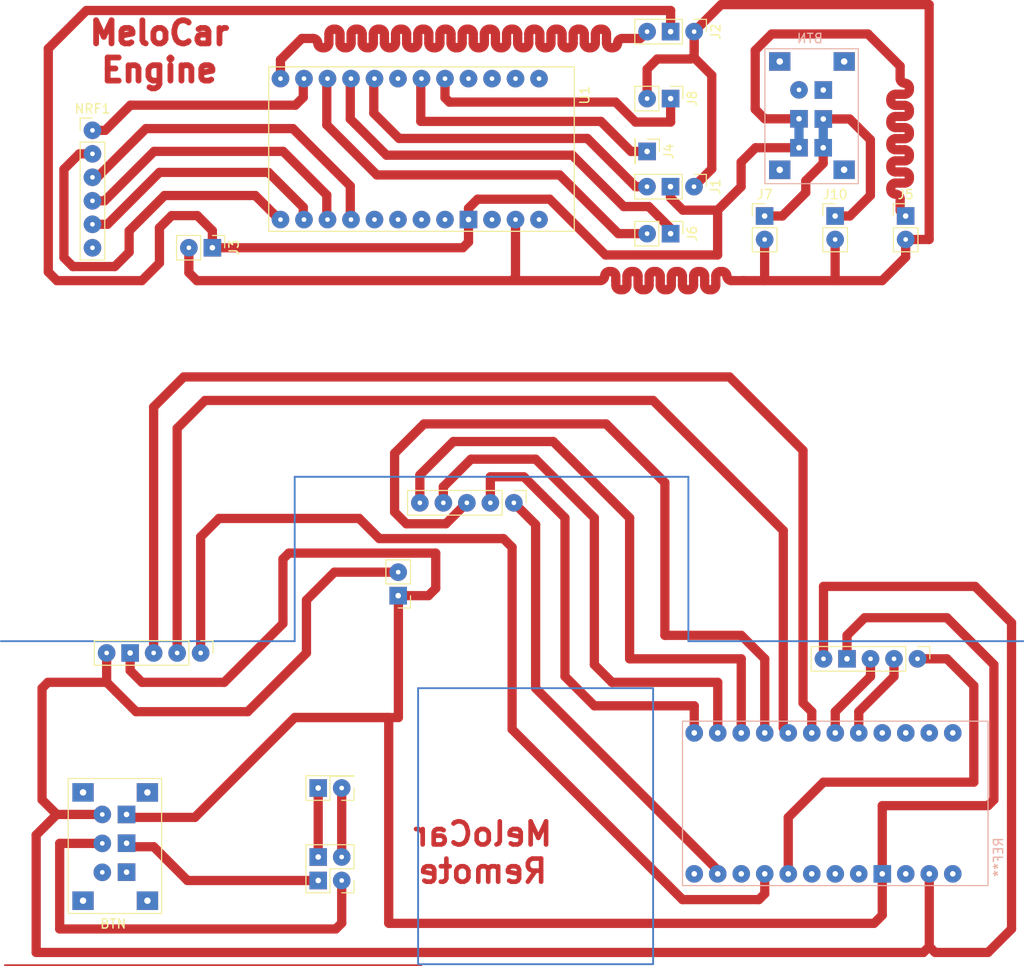
<source format=kicad_pcb>
(kicad_pcb (version 20211014) (generator pcbnew)
  (layers (0 "F.Cu" signal) (31 "B.Cu" signal) (34 "B.Paste" user) (35 "F.Paste" user) (36 "B.SilkS" user "B.Silkscreen") (37 "F.SilkS" user "F.Silkscreen") (38 "B.Mask" user) (39 "F.Mask" user) (44 "Edge.Cuts" user))
  (net 0 "")
  (footprint "Connector_PinHeader_2.54mm:PinHeader_1x03_P2.54mm_Vertical" (layer "F.Cu") (at 87.211774 35.941 -90)
    (fp_text reference "J1")
    (fp_text value "Led")
  )
  (footprint "Connector_PinHeader_2.54mm:PinHeader_1x06_P2.54mm_Vertical" (layer "F.Cu") (at 22.20385 29.85012)
    (fp_text reference "NRF1")
    (fp_text value "Conn_01x06_Male")
  )
  (footprint "Connector_PinHeader_2.54mm:PinHeader_1x01_P2.54mm_Vertical" (layer "F.Cu") (at 82.146774 32.131 -90)
    (fp_text reference "J4")
    (fp_text value "Accel")
  )
  (footprint "Connector_PinHeader_2.54mm:PinHeader_1x03_P2.54mm_Vertical" (layer "F.Cu") (at 87.226774 19.177 -90)
    (fp_text reference "J2")
    (fp_text value "Servo")
  )
  (footprint "Arduino pro mini:MODULE_ARDUINO_PRO_MINI" (layer "F.Cu") (at 57.762774 31.877 -90)
    (fp_text reference "U1")
    (fp_text value "ARDUINO_PRO_MINI")
  )
  (footprint "Connector_PinHeader_2.54mm:PinHeader_1x02_P2.54mm_Vertical" (layer "F.Cu") (at 102.466774 39.111)
    (fp_text reference "J10")
    (fp_text value "Motor-PWR-IN")
  )
  (footprint "Connector_PinHeader_2.54mm:PinHeader_2x02_P2.54mm_Vertical" (layer "F.Cu") (at 49.14 110.965 180)
    (fp_text reference "")
    (fp_text value "POWERS")
  )
  (footprint "Connector_PinHeader_2.54mm:PinHeader_1x02_P2.54mm_Vertical" (layer "F.Cu") (at 84.686774 26.416 -90)
    (fp_text reference "J8")
    (fp_text value "Horn")
  )
  (footprint "Connector_PinHeader_2.54mm:PinHeader_1x05_P2.54mm_Vertical" (layer "F.Cu") (at 33.895 86.36 -90)
    (fp_text reference "")
    (fp_text value "POWERS")
  )
  (footprint "Connector_PinHeader_2.54mm:PinHeader_1x02_P2.54mm_Vertical" (layer "F.Cu") (at 55.245 80.165 180)
    (fp_text reference "")
    (fp_text value "POWERS")
  )
  (footprint "Connector_PinHeader_2.54mm:PinHeader_1x02_P2.54mm_Vertical" (layer "F.Cu") (at 110.086774 39.111)
    (fp_text reference "J5")
    (fp_text value "Micro-Power-IN")
  )
  (footprint "Connector_PinHeader_2.54mm:PinHeader_1x02_P2.54mm_Vertical" (layer "F.Cu") (at 84.686774 41.021 -90)
    (fp_text reference "J6")
    (fp_text value "MOTOR-CTRL")
  )
  (footprint "Connector_PinHeader_2.54mm:PinHeader_1x02_P2.54mm_Vertical" (layer "F.Cu") (at 35.161774 42.545 -90)
    (fp_text reference "J3")
    (fp_text value "NRF-Power")
  )
  (footprint "Connector_PinHeader_2.54mm:PushButton_6_pin" (layer "F.Cu") (at 28.185 113.03 180)
    (fp_text reference "BTN")
    (fp_text value "PushButton_6_pin")
  )
  (footprint "Connector_PinHeader_2.54mm:PinHeader_1x05_P2.54mm_Vertical" (layer "F.Cu") (at 67.745 70.125 -90)
    (fp_text reference "")
    (fp_text value "POWERS")
  )
  (footprint "Connector_PinHeader_2.54mm:PinHeader_1x02_P2.54mm_Vertical" (layer "F.Cu") (at 94.846774 39.111)
    (fp_text reference "J7")
    (fp_text value "MOTOR-PWR-OUT")
  )
  (footprint "Connector_PinHeader_2.54mm:PinHeader_1x05_P2.54mm_Vertical" (layer "F.Cu") (at 111.37 86.995 -90)
    (fp_text reference "")
    (fp_text value "POWERS")
  )
  (footprint "Connector_PinHeader_2.54mm:PinHeader_2x01_P2.54mm_Vertical" (layer "F.Cu") (at 49.14 100.965 180)
    (fp_text reference "")
    (fp_text value "POWERS")
  )
  (footprint "Arduino pro mini:MODULE_ARDUINO_PRO_MINI" (layer "B.Cu") (at 102.48 102.625 90)
    (fp_text reference "REF**")
    (fp_text value "MODULE_ARDUINO_PRO_MINI")
  )
  (footprint "Connector_PinHeader_2.54mm:PushButton_6_pin" (layer "B.Cu") (at 103.479774 22.524 180)
    (fp_text reference "BTN")
    (fp_text value "PushButton_6_pin")
  )
  (gr_line (start 12.745 120.125) (end 57.745 120.125) (layer "F.Cu") (width 0.2))
  (gr_line (start 44.06 67.31) (end 86.605 67.31) (layer "B.Cu") (width 0.2))
  (gr_line (start 12.31 85.09) (end 44.06 85.09) (layer "B.Cu") (width 0.2))
  (gr_line (start 86.605 85.09) (end 122.8 85.09) (layer "B.Cu") (width 0.2))
  (gr_line (start 86.605 67.31) (end 86.605 85.09) (layer "B.Cu") (width 0.2))
  (gr_rect (start 82.795 90.17) (end 57.395 120.015) (layer "B.Cu") (width 0.2) (fill none))
  (gr_line (start 44.06 85.09) (end 44.06 67.31) (layer "B.Cu") (width 0.2))
  (gr_text "MeloCar\nRemote" (at 64.38 107.95) (layer "F.Cu") (effects (font (size 2.5 2.5) (thickness 0.5)) (justify mirror)))
  (gr_text "MeloCar\nEngine" (at 29.441774 21.336) (layer "F.Cu") (effects (font (size 2.5 2.5) (thickness 0.625))))
  (segment (start 32.066561 56.515) (end 91.05 56.515) (width 1) (layer "F.Cu") (net 0))
  (segment (start 65.205 67.31) (end 65.205 70.125) (width 1) (layer "F.Cu") (net 0))
  (segment (start 84.059361 47.086174) (end 84.274187 47.086174) (width 1) (layer "F.Cu") (net 0))
  (segment (start 28.857818 32.126237) (end 42.812241 32.126237) (width 1) (layer "F.Cu") (net 0))
  (segment (start 99.291774 35.306) (end 99.291774 36.576) (width 1) (layer "F.Cu") (net 0))
  (segment (start 77.715 61.595) (end 58.03 61.595) (width 1) (layer "F.Cu") (net 0))
  (segment (start 47.756185 19.415411) (end 47.756185 19.915411) (width 1) (layer "F.Cu") (net 0))
  (segment (start 82.315642 38.089868) (end 84.686774 40.461) (width 1) (layer "F.Cu") (net 0))
  (segment (start 52.556185 19.415411) (end 52.556185 19.915411) (width 1) (layer "F.Cu") (net 0))
  (segment (start 79.039035 41.021) (end 82.146774 41.021) (width 1) (layer "F.Cu") (net 0))
  (segment (start 48.35 77.625) (end 45.33 80.645) (width 1) (layer "F.Cu") (net 0))
  (segment (start 49.656185 20.915411) (end 49.456185 20.915411) (width 1) (layer "F.Cu") (net 0))
  (segment (start 108.991088 30.750314) (end 109.491088 30.750314) (width 1) (layer "F.Cu") (net 0))
  (segment (start 35.880433 71.813823) (end 51.025721 71.813823) (width 1) (layer "F.Cu") (net 0))
  (segment (start 82.366774 46.593587) (end 82.366774 46.101) (width 1) (layer "F.Cu") (net 0))
  (segment (start 80.255 86.995) (end 80.255 71.755) (width 1) (layer "F.Cu") (net 0))
  (segment (start 119.625 102.235) (end 118.99 102.87) (width 1) (layer "F.Cu") (net 0))
  (segment (start 84.766774 46.593587) (end 84.766774 46.101) (width 1) (layer "F.Cu") (net 0))
  (segment (start 79.259361 47.086174) (end 79.474187 47.086174) (width 1) (layer "F.Cu") (net 0))
  (segment (start 35.161774 40.695) (end 33.535599 39.068825) (width 1) (layer "F.Cu") (net 0))
  (segment (start 26.275 88.26) (end 27.55 89.535) (width 1) (layer "F.Cu") (net 0))
  (segment (start 106.67233 115.59767) (end 54.24767 115.59767) (width 1) (layer "F.Cu") (net 0))
  (segment (start 84.671774 37.143081) (end 86.009693 38.481) (width 1) (layer "F.Cu") (net 0))
  (segment (start 45.33 80.645) (end 45.33 86.36) (width 1) (layer "F.Cu") (net 0))
  (segment (start 60.956185 20.415411) (end 60.956185 19.915411) (width 1) (layer "F.Cu") (net 0))
  (segment (start 16.755 90.17) (end 16.755 102.235188) (width 1) (layer "F.Cu") (net 0))
  (segment (start 58.556185 19.915411) (end 58.556185 19.415411) (width 1) (layer "F.Cu") (net 0))
  (segment (start 93.860439 31.731406) (end 98.560134 31.731406) (width 1) (layer "F.Cu") (net 0))
  (segment (start 103.75 86.995) (end 103.75 84.455) (width 1) (layer "F.Cu") (net 0))
  (segment (start 33.265 104.14) (end 26.200766 104.14) (width 1) (layer "F.Cu") (net 0))
  (segment (start 54.456185 20.915411) (end 54.256185 20.915411) (width 1) (layer "F.Cu") (net 0))
  (segment (start 101.178134 33.41964) (end 99.291774 35.306) (width 1) (layer "F.Cu") (net 0))
  (segment (start 75.356185 19.915411) (end 75.356185 19.415411) (width 1) (layer "F.Cu") (net 0))
  (segment (start 109.491088 29.550314) (end 108.991088 29.550314) (width 1) (layer "F.Cu") (net 0))
  (segment (start 76.445 71.755) (end 70.095 65.405) (width 1) (layer "F.Cu") (net 0))
  (segment (start 56.125 72.39) (end 60.4 72.39) (width 1) (layer "F.Cu") (net 0))
  (segment (start 56.856185 20.915411) (end 56.656185 20.915411) (width 1) (layer "F.Cu") (net 0))
  (segment (start 54.855 71.12) (end 56.125 72.39) (width 1) (layer "F.Cu") (net 0))
  (segment (start 84.686774 28.956) (end 84.686774 26.416) (width 1) (layer "F.Cu") (net 0))
  (segment (start 82.859361 45.115826) (end 83.074187 45.115826) (width 1) (layer "F.Cu") (net 0))
  (segment (start 53.977298 32.536524) (end 74.065354 32.536524) (width 1) (layer "F.Cu") (net 0))
  (segment (start 110.086774 39.111) (end 109.491088 38.515314) (width 1) (layer "F.Cu") (net 0))
  (segment (start 46.056185 19.915411) (end 44.832363 19.915411) (width 1) (layer "F.Cu") (net 0))
  (segment (start 54.24767 115.59767) (end 54.22 115.57) (width 1) (layer "F.Cu") (net 0))
  (segment (start 62.856185 18.915411) (end 62.656185 18.915411) (width 1) (layer "F.Cu") (net 0))
  (segment (start 60.456185 18.915411) (end 60.256185 18.915411) (width 1) (layer "F.Cu") (net 0))
  (segment (start 98.996406 64.461406) (end 98.996406 91.766406) (width 1) (layer "F.Cu") (net 0))
  (segment (start 59.756185 19.415411) (end 59.756185 19.915411) (width 1) (layer "F.Cu") (net 0))
  (segment (start 50.156185 19.915411) (end 50.156185 20.415411) (width 1) (layer "F.Cu") (net 0))
  (segment (start 77.256185 18.915411) (end 77.056185 18.915411) (width 1) (layer "F.Cu") (net 0))
  (segment (start 52.556185 19.915411) (end 52.556185 20.415411) (width 1) (layer "F.Cu") (net 0))
  (segment (start 78.051948 45.115826) (end 78.266774 45.115826) (width 1) (layer "F.Cu") (net 0))
  (segment (start 71.615561 37.294486) (end 77.646264 43.325189) (width 1) (layer "F.Cu") (net 0))
  (segment (start 117.454256 100.33) (end 117.454256 89.904256) (width 1) (layer "F.Cu") (net 0))
  (segment (start 42.812241 32.126237) (end 47.526774 36.84077) (width 1) (layer "F.Cu") (net 0))
  (segment (start 84.686774 16.891) (end 84.686774 19.177) (width 1) (layer "F.Cu") (net 0))
  (segment (start 32.621774 45.236383) (end 33.486391 46.101) (width 1) (layer "F.Cu") (net 0))
  (segment (start 70.556185 20.415411) (end 70.556185 19.915411) (width 1) (layer "F.Cu") (net 0))
  (segment (start 90.059361 45.115826) (end 90.274187 45.115826) (width 1) (layer "F.Cu") (net 0))
  (segment (start 109.491088 38.515314) (end 109.491088 37.250314) (width 1) (layer "F.Cu") (net 0))
  (segment (start 110.086774 43.561) (end 110.086774 41.651) (width 1) (layer "F.Cu") (net 0))
  (segment (start 47.256185 20.915411) (end 47.056185 20.915411) (width 1) (layer "F.Cu") (net 0))
  (segment (start 24.611589 44.577) (end 20.08342 44.577) (width 1) (layer "F.Cu") (net 0))
  (segment (start 86.459361 47.086174) (end 86.674187 47.086174) (width 1) (layer "F.Cu") (net 0))
  (segment (start 72 63.5) (end 61.205 63.5) (width 1) (layer "F.Cu") (net 0))
  (segment (start 93.830774 27.570056) (end 94.862698 28.60198) (width 1) (layer "F.Cu") (net 0))
  (segment (start 92.32 86.995) (end 80.255 86.995) (width 1) (layer "F.Cu") (net 0))
  (segment (start 47.526774 24.301) (end 47.526774 29.261) (width 1) (layer "F.Cu") (net 0))
  (segment (start 63.356185 19.915411) (end 63.356185 19.415411) (width 1) (layer "F.Cu") (net 0))
  (segment (start 87.24 95.005) (end 87.24 92.075) (width 1) (layer "F.Cu") (net 0))
  (segment (start 64.556185 19.915411) (end 64.556185 20.415411) (width 1) (layer "F.Cu") (net 0))
  (segment (start 112.64 118.11) (end 112.64 110.245) (width 1) (layer "F.Cu") (net 0))
  (segment (start 53.256185 18.915411) (end 53.056185 18.915411) (width 1) (layer "F.Cu") (net 0))
  (segment (start 87.24 92.075) (end 76.445 92.075) (width 1) (layer "F.Cu") (net 0))
  (segment (start 79.618698 38.089868) (end 82.315642 38.089868) (width 1) (layer "F.Cu") (net 0))
  (segment (start 30.758949 39.068825) (end 29.441774 40.386) (width 1) (layer "F.Cu") (net 0))
  (segment (start 33.895 73.799256) (end 35.880433 71.813823) (width 1) (layer "F.Cu") (net 0))
  (segment (start 102.466774 46.101) (end 107.546774 46.101) (width 1) (layer "F.Cu") (net 0))
  (segment (start 76.056185 20.915411) (end 75.856185 20.915411) (width 1) (layer "F.Cu") (net 0))
  (segment (start 55.245 80.165) (end 55.266225 80.186225) (width 1) (layer "F.Cu") (net 0))
  (segment (start 60.773711 26.796226) (end 78.741219 26.796226) (width 1) (layer "F.Cu") (net 0))
  (segment (start 70.556185 19.915411) (end 70.556185 19.415411) (width 1) (layer "F.Cu") (net 0))
  (segment (start 54.855 64.77) (end 54.855 71.12) (width 1) (layer "F.Cu") (net 0))
  (segment (start 22.20385 40.01012) (end 23.828831 40.01012) (width 1) (layer "F.Cu") (net 0))
  (segment (start 49.14 115.57) (end 49.14 110.965) (width 1) (layer "F.Cu") (net 0))
  (segment (start 31.355 62.071201) (end 34.371201 59.055) (width 1) (layer "F.Cu") (net 0))
  (segment (start 29.441774 40.386) (end 29.441774 44.196) (width 1) (layer "F.Cu") (net 0))
  (segment (start 44.06 93.345) (end 33.265 104.14) (width 1) (layer "F.Cu") (net 0))
  (segment (start 29.993288 36.895211) (end 26.166678 40.721821) (width 1) (layer "F.Cu") (net 0))
  (segment (start 26.166678 40.721821) (end 26.166678 43.021911) (width 1) (layer "F.Cu") (net 0))
  (segment (start 78.35 89.535) (end 76.445 87.63) (width 1) (layer "F.Cu") (net 0))
  (segment (start 78.759361 46.101) (end 78.766774 46.101) (width 1) (layer "F.Cu") (net 0))
  (segment (start 94.86 112.395) (end 94.86 110.245) (width 1) (layer "F.Cu") (net 0))
  (segment (start 101.184714 28.621205) (end 104.036979 28.621205) (width 1) (layer "F.Cu") (net 0))
  (segment (start 109.491088 30.750314) (end 109.991088 30.750314) (width 1) (layer "F.Cu") (net 0))
  (segment (start 18.342406 103.822594) (end 16.12 106.045) (width 1) (layer "F.Cu") (net 0))
  (segment (start 52.606774 27.991) (end 55.340954 30.72518) (width 1) (layer "F.Cu") (net 0))
  (segment (start 81.659361 47.086174) (end 81.874187 47.086174) (width 1) (layer "F.Cu") (net 0))
  (segment (start 27.536774 46.101) (end 18.36322 46.101) (width 1) (layer "F.Cu") (net 0))
  (segment (start 36.44 89.535) (end 42.79 83.185) (width 1) (layer "F.Cu") (net 0))
  (segment (start 106.276774 30.861) (end 106.276774 36.891) (width 1) (layer "F.Cu") (net 0))
  (segment (start 89.78 110.245) (end 89.78 109.855) (width 1) (layer "F.Cu") (net 0))
  (segment (start 42.79 76.2) (end 43.425 75.565) (width 1) (layer "F.Cu") (net 0))
  (segment (start 53.756185 19.915411) (end 53.756185 19.415411) (width 1) (layer "F.Cu") (net 0))
  (segment (start 43.425 75.565) (end 59.3 75.565) (width 1) (layer "F.Cu") (net 0))
  (segment (start 89.766774 43.325189) (end 89.766774 38.481) (width 1) (layer "F.Cu") (net 0))
  (segment (start 65.756185 19.915411) (end 65.756185 19.415411) (width 1) (layer "F.Cu") (net 0))
  (segment (start 117.454256 89.904256) (end 114.545 86.995) (width 1) (layer "F.Cu") (net 0))
  (segment (start 44.986774 24.301) (end 44.986774 26.281395) (width 1) (layer "F.Cu") (net 0))
  (segment (start 64.556185 19.415411) (end 64.556185 19.915411) (width 1) (layer "F.Cu") (net 0))
  (segment (start 28.815 59.766561) (end 32.066561 56.515) (width 1) (layer "F.Cu") (net 0))
  (segment (start 54.956185 19.415411) (end 54.956185 19.915411) (width 1) (layer "F.Cu") (net 0))
  (segment (start 42.446774 39.541) (end 39.800985 36.895211) (width 1) (layer "F.Cu") (net 0))
  (segment (start 88.366774 46.101) (end 88.366774 46.593587) (width 1) (layer "F.Cu") (net 0))
  (segment (start 76.556185 19.415411) (end 76.556185 19.915411) (width 1) (layer "F.Cu") (net 0))
  (segment (start 89.78 95.005) (end 89.78 89.535) (width 1) (layer "F.Cu") (net 0))
  (segment (start 78.741219 26.796226) (end 80.900993 28.956) (width 1) (layer "F.Cu") (net 0))
  (segment (start 108.491088 26.650314) (end 108.491088 26.450314) (width 1) (layer "F.Cu") (net 0))
  (segment (start 102.466774 41.651) (end 102.466774 46.101) (width 1) (layer "F.Cu") (net 0))
  (segment (start 38.98 92.71) (end 26.915 92.71) (width 1) (layer "F.Cu") (net 0))
  (segment (start 56.156185 19.915411) (end 56.156185 19.415411) (width 1) (layer "F.Cu") (net 0))
  (segment (start 89.566774 46.593587) (end 89.566774 46.101) (width 1) (layer "F.Cu") (net 0))
  (segment (start 112.626774 41.651) (end 112.626774 16.256) (width 1) (layer "F.Cu") (net 0))
  (segment (start 89.78 89.535) (end 78.35 89.535) (width 1) (layer "F.Cu") (net 0))
  (segment (start 57.356185 19.915411) (end 57.356185 20.415411) (width 1) (layer "F.Cu") (net 0))
  (segment (start 73.656185 20.915411) (end 73.456185 20.915411) (width 1) (layer "F.Cu") (net 0))
  (segment (start 25.88994 106.932795) (end 26.272145 107.315) (width 1) (layer "F.Cu") (net 0))
  (segment (start 69.356185 19.415411) (end 69.356185 19.915411) (width 1) (layer "F.Cu") (net 0))
  (segment (start 68.156185 19.915411) (end 68.156185 19.415411) (width 1) (layer "F.Cu") (net 0))
  (segment (start 53.756185 20.415411) (end 53.756185 19.915411) (width 1) (layer "F.Cu") (net 0))
  (segment (start 74.156185 19.915411) (end 74.156185 20.415411) (width 1) (layer "F.Cu") (net 0))
  (segment (start 81.408363 19.915411) (end 79.456185 19.915411) (width 1) (layer "F.Cu") (net 0))
  (segment (start 109.491088 28.350314) (end 109.991088 28.350314) (width 1) (layer "F.Cu") (net 0))
  (segment (start 89.131774 23.891) (end 87.211774 21.971) (width 1) (layer "F.Cu") (net 0))
  (segment (start 55.266225 80.186225) (end 55.266225 93.345) (width 1) (layer "F.Cu") (net 0))
  (segment (start 85.966774 46.101) (end 85.966774 46.593587) (width 1) (layer "F.Cu") (net 0))
  (segment (start 60.302774 24.257) (end 60.302774 26.325289) (width 1) (layer "F.Cu") (net 0))
  (segment (start 67.555 74.93) (end 67.555 94.615) (width 1) (layer "F.Cu") (net 0))
  (segment (start 94.846774 46.101) (end 102.466774 46.101) (width 1) (layer "F.Cu") (net 0))
  (segment (start 101.21 86.995) (end 101.21 79.16327) (width 1) (layer "F.Cu") (net 0))
  (segment (start 59.3 75.565) (end 59.3 79.375) (width 1) (layer "F.Cu") (net 0))
  (segment (start 108.991088 35.550314) (end 109.491088 35.550314) (width 1) (layer "F.Cu") (net 0))
  (segment (start 67.555 94.615) (end 85.97 113.03) (width 1) (layer "F.Cu") (net 0))
  (segment (start 97.4 110.245) (end 97.4 104.14) (width 1) (layer "F.Cu") (net 0))
  (segment (start 28.82 107.315) (end 32.3125 110.8075) (width 1) (layer "F.Cu") (net 0))
  (segment (start 23.513935 37.47012) (end 28.857818 32.126237) (width 1) (layer "F.Cu") (net 0))
  (segment (start 51.356185 19.915411) (end 51.356185 19.415411) (width 1) (layer "F.Cu") (net 0))
  (segment (start 62.842774 39.497) (end 62.842774 38.277185) (width 1) (layer "F.Cu") (net 0))
  (segment (start 109.491088 33.150314) (end 109.991088 33.150314) (width 1) (layer "F.Cu") (net 0))
  (segment (start 80.459361 45.115826) (end 80.674187 45.115826) (width 1) (layer "F.Cu") (net 0))
  (segment (start 104.036979 28.621205) (end 106.276774 30.861) (width 1) (layer "F.Cu") (net 0))
  (segment (start 84.671774 35.941) (end 84.671774 37.143081) (width 1) (layer "F.Cu") (net 0))
  (segment (start 50.066774 24.301) (end 50.066774 28.626) (width 1) (layer "F.Cu") (net 0))
  (segment (start 110.491088 25.450314) (end 110.491088 25.250314) (width 1) (layer "F.Cu") (net 0))
  (segment (start 113.275 118.745) (end 112.64 118.11) (width 1) (layer "F.Cu") (net 0))
  (segment (start 63.356185 20.415411) (end 63.356185 19.915411) (width 1) (layer "F.Cu") (net 0))
  (segment (start 26.915 92.71) (end 23.74 89.535) (width 1) (layer "F.Cu") (net 0))
  (segment (start 55.340954 30.72518) (end 75.689708 30.72518) (width 1) (layer "F.Cu") (net 0))
  (segment (start 54.22 115.57) (end 54.22 93.345) (width 1) (layer "F.Cu") (net 0))
  (segment (start 94.225 113.03) (end 94.86 112.395) (width 1) (layer "F.Cu") (net 0))
  (segment (start 105.02 92.71) (end 105.02 95.005) (width 1) (layer "F.Cu") (net 0))
  (segment (start 108.491088 36.250314) (end 108.491088 36.050314) (width 1) (layer "F.Cu") (net 0))
  (segment (start 76.445 92.075) (end 73.27 88.9) (width 1) (layer "F.Cu") (net 0))
  (segment (start 58.51 80.165) (end 55.245 80.165) (width 1) (layer "F.Cu") (net 0))
  (segment (start 89.566774 46.101) (end 89.566774 45.608413) (width 1) (layer "F.Cu") (net 0))
  (segment (start 62.156185 19.915411) (end 62.156185 20.415411) (width 1) (layer "F.Cu") (net 0))
  (segment (start 82.795 59.055) (end 96.862526 73.122526) (width 1) (layer "F.Cu") (net 0))
  (segment (start 94.862698 28.60198) (end 98.560506 28.60198) (width 1) (layer "F.Cu") (net 0))
  (segment (start 54.22 93.345) (end 44.06 93.345) (width 1) (layer "F.Cu") (net 0))
  (segment (start 109.491088 25.950314) (end 109.991088 25.950314) (width 1) (layer "F.Cu") (net 0))
  (segment (start 42.522774 22.225) (end 42.522774 24.257) (width 1) (layer "F.Cu") (net 0))
  (segment (start 71.756185 19.415411) (end 71.756185 19.915411) (width 1) (layer "F.Cu") (net 0))
  (segment (start 70.095 72.475) (end 67.745 70.125) (width 1) (layer "F.Cu") (net 0))
  (segment (start 84.686774 40.461) (end 84.686774 41.021) (width 1) (layer "F.Cu") (net 0))
  (segment (start 92.306774 33.285071) (end 93.860439 31.731406) (width 1) (layer "F.Cu") (net 0))
  (segment (start 88.366774 45.608413) (end 88.366774 46.101) (width 1) (layer "F.Cu") (net 0))
  (segment (start 110.491088 35.050314) (end 110.491088 34.850314) (width 1) (layer "F.Cu") (net 0))
  (segment (start 51.025721 71.813823) (end 53.210106 73.998208) (width 1) (layer "F.Cu") (net 0))
  (segment (start 87.226774 21.774067) (end 86.866934 22.133907) (width 1) (layer "F.Cu") (net 0))
  (segment (start 72.456185 18.915411) (end 72.256185 18.915411) (width 1) (layer "F.Cu") (net 0))
  (segment (start 55.245 77.625) (end 48.35 77.625) (width 1) (layer "F.Cu") (net 0))
  (segment (start 72.956185 20.415411) (end 72.956185 19.915411) (width 1) (layer "F.Cu") (net 0))
  (segment (start 107.56 114.71) (end 106.67233 115.59767) (width 1) (layer "F.Cu") (net 0))
  (segment (start 103.75 84.455) (end 105.655 82.55) (width 1) (layer "F.Cu") (net 0))
  (segment (start 90.147774 16.256) (end 87.226774 19.177) (width 1) (layer "F.Cu") (net 0))
  (segment (start 74.856185 18.915411) (end 74.656185 18.915411) (width 1) (layer "F.Cu") (net 0))
  (segment (start 62.23 42.545) (end 62.842774 41.932226) (width 1) (layer "F.Cu") (net 0))
  (segment (start 66.956185 19.415411) (end 66.956185 19.915411) (width 1) (layer "F.Cu") (net 0))
  (segment (start 99.94 92.71) (end 99.94 95.005) (width 1) (layer "F.Cu") (net 0))
  (segment (start 89.78 109.855) (end 70.095 90.17) (width 1) (layer "F.Cu") (net 0))
  (segment (start 66.956185 19.915411) (end 66.956185 20.415411) (width 1) (layer "F.Cu") (net 0))
  (segment (start 114.545 86.995) (end 111.37 86.995) (width 1) (layer "F.Cu") (net 0))
  (segment (start 55.656185 18.915411) (end 55.456185 18.915411) (width 1) (layer "F.Cu") (net 0))
  (segment (start 66.456185 20.915411) (end 66.256185 20.915411) (width 1) (layer "F.Cu") (net 0))
  (segment (start 56.156185 20.415411) (end 56.156185 19.915411) (width 1) (layer "F.Cu") (net 0))
  (segment (start 47.756185 19.915411) (end 47.756185 20.415411) (width 1) (layer "F.Cu") (net 0))
  (segment (start 26.305722 27.13017) (end 23.585772 29.85012) (width 1) (layer "F.Cu") (net 0))
  (segment (start 87.211774 35.941) (end 89.131774 34.021) (width 1) (layer "F.Cu") (net 0))
  (segment (start 76.445 87.63) (end 76.445 71.755) (width 1) (layer "F.Cu") (net 0))
  (segment (start 18.66 106.95202) (end 18.66 116.205) (width 1) (layer "F.Cu") (net 0))
  (segment (start 77.150829 28.882616) (end 80.399213 32.131) (width 1) (layer "F.Cu") (net 0))
  (segment (start 85.259361 45.115826) (end 85.474187 45.115826) (width 1) (layer "F.Cu") (net 0))
  (segment (start 50.856185 18.915411) (end 50.656185 18.915411) (width 1) (layer "F.Cu") (net 0))
  (segment (start 65.756185 20.415411) (end 65.756185 19.915411) (width 1) (layer "F.Cu") (net 0))
  (segment (start 119.625 87.63) (end 119.625 102.235) (width 1) (layer "F.Cu") (net 0))
  (segment (start 18.66 116.205) (end 48.505 116.205) (width 1) (layer "F.Cu") (net 0))
  (segment (start 27.55 89.535) (end 36.44 89.535) (width 1) (layer "F.Cu") (net 0))
  (segment (start 68.825 67.31) (end 65.205 67.31) (width 1) (layer "F.Cu") (net 0))
  (segment (start 23.74 89.535) (end 17.39 89.535) (width 1) (layer "F.Cu") (net 0))
  (segment (start 118.99 118.745) (end 113.275 118.745) (width 1) (layer "F.Cu") (net 0))
  (segment (start 41.217177 34.397177) (end 44.986774 38.166774) (width 1) (layer "F.Cu") (net 0))
  (segment (start 26.275 86.36) (end 26.275 88.26) (width 1) (layer "F.Cu") (net 0))
  (segment (start 48.505 116.205) (end 49.14 115.57) (width 1) (layer "F.Cu") (net 0))
  (segment (start 87.226774 19.177) (end 87.226774 21.336) (width 1) (layer "F.Cu") (net 0))
  (segment (start 26.272145 107.315) (end 28.82 107.315) (width 1) (layer "F.Cu") (net 0))
  (segment (start 31.355 86.36) (end 31.355 62.071201) (width 1) (layer "F.Cu") (net 0))
  (segment (start 46.6 100.965) (end 46.6 108.425) (width 1) (layer "F.Cu") (net 0))
  (segment (start 57.356185 19.415411) (end 57.356185 19.915411) (width 1) (layer "F.Cu") (net 0))
  (segment (start 17.39 89.535) (end 16.755 90.17) (width 1) (layer "F.Cu") (net 0))
  (segment (start 114.545 82.55) (end 119.625 87.63) (width 1) (layer "F.Cu") (net 0))
  (segment (start 54.956185 19.915411) (end 54.956185 20.415411) (width 1) (layer "F.Cu") (net 0))
  (segment (start 108.491088 29.050314) (end 108.491088 28.850314) (width 1) (layer "F.Cu") (net 0))
  (segment (start 96.862526 94.467526) (end 97.4 95.005) (width 1) (layer "F.Cu") (net 0))
  (segment (start 99.291774 36.576) (end 96.756774 39.111) (width 1) (layer "F.Cu") (net 0))
  (segment (start 110.491088 27.850314) (end 110.491088 27.650314) (width 1) (layer "F.Cu") (net 0))
  (segment (start 108.491088 31.450314) (end 108.491088 31.250314) (width 1) (layer "F.Cu") (net 0))
  (segment (start 83.566774 45.608413) (end 83.566774 46.101) (width 1) (layer "F.Cu") (net 0))
  (segment (start 117.595973 79.16327) (end 121.53 83.097297) (width 1) (layer "F.Cu") (net 0))
  (segment (start 85.966774 45.608413) (end 85.966774 46.101) (width 1) (layer "F.Cu") (net 0))
  (segment (start 19.119886 34.050467) (end 20.780233 32.39012) (width 1) (layer "F.Cu") (net 0))
  (segment (start 27.981883 29.660646) (end 43.861199 29.660646) (width 1) (layer "F.Cu") (net 0))
  (segment (start 67.922774 45.72) (end 67.541774 46.101) (width 1) (layer "F.Cu") (net 0))
  (segment (start 72.956185 19.915411) (end 72.956185 19.415411) (width 1) (layer "F.Cu") (net 0))
  (segment (start 110.086774 41.651) (end 112.626774 41.651) (width 1) (layer "F.Cu") (net 0))
  (segment (start 77.756185 20.415411) (end 77.756185 19.915411) (width 1) (layer "F.Cu") (net 0))
  (segment (start 61.656185 20.915411) (end 61.456185 20.915411) (width 1) (layer "F.Cu") (net 0))
  (segment (start 16.12 118.745) (end 112.005 118.745) (width 1) (layer "F.Cu") (net 0))
  (segment (start 80.255 71.755) (end 72 63.5) (width 1) (layer "F.Cu") (net 0))
  (segment (start 43.861199 29.660646) (end 50.066774 35.866221) (width 1) (layer "F.Cu") (net 0))
  (segment (start 52.606774 24.301) (end 52.606774 27.991) (width 1) (layer "F.Cu") (net 0))
  (segment (start 52.938063 34.672289) (end 72.690324 34.672289) (width 1) (layer "F.Cu") (net 0))
  (segment (start 87.226774 19.177) (end 87.226774 21.774067) (width 1) (layer "F.Cu") (net 0))
  (segment (start 87.659361 45.115826) (end 87.874187 45.115826) (width 1) (layer "F.Cu") (net 0))
  (segment (start 101.21 79.16327) (end 117.595973 79.16327) (width 1) (layer "F.Cu") (net 0))
  (segment (start 109.491088 22.907227) (end 106.014861 19.431) (width 1) (layer "F.Cu") (net 0))
  (segment (start 33.486391 46.101) (end 67.541774 46.101) (width 1) (layer "F.Cu") (net 0))
  (segment (start 75.689708 30.72518) (end 80.905528 35.941) (width 1) (layer "F.Cu") (net 0))
  (segment (start 22.712409 34.93012) (end 27.981883 29.660646) (width 1) (layer "F.Cu") (net 0))
  (segment (start 57.686774 24.301) (end 57.686774 28.882616) (width 1) (layer "F.Cu") (net 0))
  (segment (start 67.922774 39.497) (end 67.922774 45.72) (width 1) (layer "F.Cu") (net 0))
  (segment (start 18.36322 46.101) (end 17.430199 45.167979) (width 1) (layer "F.Cu") (net 0))
  (segment (start 101.21 100.33) (end 117.454256 100.33) (width 1) (layer "F.Cu") (net 0))
  (segment (start 70.095 65.405) (end 63.11 65.405) (width 1) (layer "F.Cu") (net 0))
  (segment (start 76.556185 19.915411) (end 76.556185 20.415411) (width 1) (layer "F.Cu") (net 0))
  (segment (start 44.986774 26.281395) (end 44.137999 27.13017) (width 1) (layer "F.Cu") (net 0))
  (segment (start 52.056185 20.915411) (end 51.856185 20.915411) (width 1) (layer "F.Cu") (net 0))
  (segment (start 91.05 56.515) (end 98.996406 64.461406) (width 1) (layer "F.Cu") (net 0))
  (segment (start 51.356185 20.415411) (end 51.356185 19.915411) (width 1) (layer "F.Cu") (net 0))
  (segment (start 80.905528 35.941) (end 82.131774 35.941) (width 1) (layer "F.Cu") (net 0))
  (segment (start 108.491088 33.850314) (end 108.491088 33.650314) (width 1) (layer "F.Cu") (net 0))
  (segment (start 101.178134 31.731406) (end 101.178134 33.41964) (width 1) (layer "F.Cu") (net 0))
  (segment (start 23.265732 106.95202) (end 18.66 106.95202) (width 1) (layer "F.Cu") (net 0))
  (segment (start 102.48 92.71) (end 102.48 95.005) (width 1) (layer "F.Cu") (net 0))
  (segment (start 53.210106 73.998208) (end 66.623208 73.998208) (width 1) (layer "F.Cu") (net 0))
  (segment (start 44.986774 38.166774) (end 44.986774 39.541) (width 1) (layer "F.Cu") (net 0))
  (segment (start 29.441774 44.196) (end 27.536774 46.101) (width 1) (layer "F.Cu") (net 0))
  (segment (start 77.646264 43.325189) (end 89.766774 43.325189) (width 1) (layer "F.Cu") (net 0))
  (segment (start 109.491088 31.950314) (end 108.991088 31.950314) (width 1) (layer "F.Cu") (net 0))
  (segment (start 108.83 86.995) (end 108.83 88.9) (width 1) (layer "F.Cu") (net 0))
  (segment (start 60.302774 26.325289) (end 60.773711 26.796226) (width 1) (layer "F.Cu") (net 0))
  (segment (start 26.166678 43.021911) (end 24.611589 44.577) (width 1) (layer "F.Cu") (net 0))
  (segment (start 80.900993 28.956) (end 84.686774 28.956) (width 1) (layer "F.Cu") (net 0))
  (segment (start 72.690324 34.672289) (end 79.039035 41.021) (width 1) (layer "F.Cu") (net 0))
  (segment (start 42.79 83.185) (end 42.79 76.2) (width 1) (layer "F.Cu") (net 0))
  (segment (start 59.756185 19.915411) (end 59.756185 20.415411) (width 1) (layer "F.Cu") (net 0))
  (segment (start 70.095 90.17) (end 70.095 72.475) (width 1) (layer "F.Cu") (net 0))
  (segment (start 91.259361 46.101) (end 92.554276 46.101) (width 1) (layer "F.Cu") (net 0))
  (segment (start 97.4 104.14) (end 101.21 100.33) (width 1) (layer "F.Cu") (net 0))
  (segment (start 33.535599 39.068825) (end 30.758949 39.068825) (width 1) (layer "F.Cu") (net 0))
  (segment (start 34.902774 42.545) (end 62.23 42.545) (width 1) (layer "F.Cu") (net 0))
  (segment (start 50.066774 28.626) (end 53.977298 32.536524) (width 1) (layer "F.Cu") (net 0))
  (segment (start 104.056774 39.111) (end 102.466774 39.111) (width 1) (layer "F.Cu") (net 0))
  (segment (start 74.065354 32.536524) (end 79.618698 38.089868) (width 1) (layer "F.Cu") (net 0))
  (segment (start 48.956185 20.415411) (end 48.956185 19.915411) (width 1) (layer "F.Cu") (net 0))
  (segment (start 87.166774 46.593587) (end 87.166774 46.101) (width 1) (layer "F.Cu") (net 0))
  (segment (start 48.956185 19.915411) (end 48.956185 19.415411) (width 1) (layer "F.Cu") (net 0))
  (segment (start 71.756185 19.915411) (end 71.756185 20.415411) (width 1) (layer "F.Cu") (net 0))
  (segment (start 60.4 72.39) (end 62.665 70.125) (width 1) (layer "F.Cu") (net 0))
  (segment (start 23.585772 29.85012) (end 22.20385 29.85012) (width 1) (layer "F.Cu") (net 0))
  (segment (start 65.256185 18.915411) (end 65.056185 18.915411) (width 1) (layer "F.Cu") (net 0))
  (segment (start 109.491088 24.250314) (end 109.491088 22.907227) (width 1) (layer "F.Cu") (net 0))
  (segment (start 78.456185 20.915411) (end 78.256185 20.915411) (width 1) (layer "F.Cu") (net 0))
  (segment (start 81.166774 45.608413) (end 81.166774 46.101) (width 1) (layer "F.Cu") (net 0))
  (segment (start 83.240955 22.133907) (end 82.146774 23.228088) (width 1) (layer "F.Cu") (net 0))
  (segment (start 79.966774 46.593587) (end 79.966774 46.101) (width 1) (layer "F.Cu") (net 0))
  (segment (start 84.065 84.455) (end 84.065 67.945) (width 1) (layer "F.Cu") (net 0))
  (segment (start 85.97 113.03) (end 94.225 113.03) (width 1) (layer "F.Cu") (net 0))
  (segment (start 109.491088 35.550314) (end 109.991088 35.550314) (width 1) (layer "F.Cu") (net 0))
  (segment (start 66.623208 73.998208) (end 67.555 74.93) (width 1) (layer "F.Cu") (net 0))
  (segment (start 82.366774 46.101) (end 82.366774 45.608413) (width 1) (layer "F.Cu") (net 0))
  (segment (start 109.491088 34.350314) (end 108.991088 34.350314) (width 1) (layer "F.Cu") (net 0))
  (segment (start 21.548844 16.891) (end 84.686774 16.891) (width 1) (layer "F.Cu") (net 0))
  (segment (start 108.991088 33.150314) (end 109.491088 33.150314) (width 1) (layer "F.Cu") (net 0))
  (segment (start 22.20385 37.47012) (end 23.513935 37.47012) (width 1) (layer "F.Cu") (net 0))
  (segment (start 57.585 67.12) (end 57.585 70.125) (width 1) (layer "F.Cu") (net 0))
  (segment (start 98.996406 91.766406) (end 99.94 92.71) (width 1) (layer "F.Cu") (net 0))
  (segment (start 109.491088 27.150314) (end 108.991088 27.150314) (width 1) (layer "F.Cu") (net 0))
  (segment (start 73.27 71.755) (end 68.825 67.31) (width 1) (layer "F.Cu") (net 0))
  (segment (start 28.815 86.36) (end 28.815 59.766561) (width 1) (layer "F.Cu") (net 0))
  (segment (start 81.166774 46.101) (end 81.166774 46.593587) (width 1) (layer "F.Cu") (net 0))
  (segment (start 86.866934 22.133907) (end 83.240955 22.133907) (width 1) (layer "F.Cu") (net 0))
  (segment (start 108.991088 25.950314) (end 109.491088 25.950314) (width 1) (layer "F.Cu") (net 0))
  (segment (start 49.14 100.965) (end 49.14 108.425) (width 1) (layer "F.Cu") (net 0))
  (segment (start 112.626774 16.256) (end 90.147774 16.256) (width 1) (layer "F.Cu") (net 0))
  (segment (start 108.83 88.9) (end 105.02 92.71) (width 1) (layer "F.Cu") (net 0))
  (segment (start 75.356185 20.415411) (end 75.356185 19.915411) (width 1) (layer "F.Cu") (net 0))
  (segment (start 92.32 95.005) (end 92.32 86.995) (width 1) (layer "F.Cu") (net 0))
  (segment (start 106.29 86.995) (end 106.29 88.9) (width 1) (layer "F.Cu") (net 0))
  (segment (start 112.005 118.745) (end 112.64 118.11) (width 1) (layer "F.Cu") (net 0))
  (segment (start 89.766774 38.481) (end 92.306774 35.941) (width 1) (layer "F.Cu") (net 0))
  (segment (start 105.655 82.55) (end 114.545 82.55) (width 1) (layer "F.Cu") (net 0))
  (segment (start 50.066774 35.866221) (end 50.066774 39.541) (width 1) (layer "F.Cu") (net 0))
  (segment (start 77.756185 19.915411) (end 77.756185 19.415411) (width 1) (layer "F.Cu") (net 0))
  (segment (start 68.156185 20.415411) (end 68.156185 19.915411) (width 1) (layer "F.Cu") (net 0))
  (segment (start 32.47 110.965) (end 32.3125 110.8075) (width 1) (layer "F.Cu") (net 0))
  (segment (start 121.53 116.205) (end 118.99 118.745) (width 1) (layer "F.Cu") (net 0))
  (segment (start 62.842774 38.277185) (end 63.825473 37.294486) (width 1) (layer "F.Cu") (net 0))
  (segment (start 78.766774 46.101) (end 78.766774 46.593587) (width 1) (layer "F.Cu") (net 0))
  (segment (start 110.491088 32.650314) (end 110.491088 32.450314) (width 1) (layer "F.Cu") (net 0))
  (segment (start 46.6 110.965) (end 32.47 110.965) (width 1) (layer "F.Cu") (net 0))
  (segment (start 109.991088 34.350314) (end 109.491088 34.350314) (width 1) (layer "F.Cu") (net 0))
  (segment (start 16.755 102.235188) (end 18.342406 103.822594) (width 1) (layer "F.Cu") (net 0))
  (segment (start 83.566774 46.101) (end 83.566774 46.593587) (width 1) (layer "F.Cu") (net 0))
  (segment (start 39.800985 36.895211) (end 29.993288 36.895211) (width 1) (layer "F.Cu") (net 0))
  (segment (start 94.86 95.005) (end 94.86 86.995) (width 1) (layer "F.Cu") (net 0))
  (segment (start 94.846774 41.651) (end 94.846774 46.101) (width 1) (layer "F.Cu") (net 0))
  (segment (start 58.056185 18.915411) (end 57.856185 18.915411) (width 1) (layer "F.Cu") (net 0))
  (segment (start 60.125 68.39) (end 60.125 70.125) (width 1) (layer "F.Cu") (net 0))
  (segment (start 33.895 86.36) (end 33.895 73.799256) (width 1) (layer "F.Cu") (net 0))
  (segment (start 96.862526 73.122526) (end 96.862526 94.467526) (width 1) (layer "F.Cu") (net 0))
  (segment (start 107.56 110.245) (end 107.56 114.71) (width 1) (layer "F.Cu") (net 0))
  (segment (start 106.014861 19.431) (end 95.608774 19.431) (width 1) (layer "F.Cu") (net 0))
  (segment (start 61.205 63.5) (end 57.585 67.12) (width 1) (layer "F.Cu") (net 0))
  (segment (start 19.119886 43.613466) (end 19.119886 34.050467) (width 1) (layer "F.Cu") (net 0))
  (segment (start 47.526774 29.261) (end 52.938063 34.672289) (width 1) (layer "F.Cu") (net 0))
  (segment (start 78.759361 45.608413) (end 78.759361 46.101) (width 1) (layer "F.Cu") (net 0))
  (segment (start 84.766774 46.101) (end 84.766774 45.608413) (width 1) (layer "F.Cu") (net 0))
  (segment (start 67.541774 46.101) (end 77.066774 46.101) (width 1) (layer "F.Cu") (net 0))
  (segment (start 26.200766 104.14) (end 25.88336 103.822594) (width 1) (layer "F.Cu") (net 0))
  (segment (start 93.830774 21.209) (end 93.830774 27.570056) (width 1) (layer "F.Cu") (net 0))
  (segment (start 88.859361 47.086174) (end 89.074187 47.086174) (width 1) (layer "F.Cu") (net 0))
  (segment (start 71.256185 20.915411) (end 71.056185 20.915411) (width 1) (layer "F.Cu") (net 0))
  (segment (start 59.3 79.375) (end 58.51 80.165) (width 1) (layer "F.Cu") (net 0))
  (segment (start 55.266225 93.345) (end 44.06 93.345) (width 1) (layer "F.Cu") (net 0))
  (segment (start 60.956185 19.915411) (end 60.956185 19.415411) (width 1) (layer "F.Cu") (net 0))
  (segment (start 110.491088 30.250314) (end 110.491088 30.050314) (width 1) (layer "F.Cu") (net 0))
  (segment (start 58.03 61.595) (end 54.855 64.77) (width 1) (layer "F.Cu") (net 0))
  (segment (start 106.29 88.9) (end 102.48 92.71) (width 1) (layer "F.Cu") (net 0))
  (segment (start 89.131774 34.021) (end 89.131774 23.891) (width 1) (layer "F.Cu") (net 0))
  (segment (start 17.430199 21.009645) (end 21.548844 16.891) (width 1) (layer "F.Cu") (net 0))
  (segment (start 22.20385 34.93012) (end 22.712409 34.93012) (width 1) (layer "F.Cu") (net 0))
  (segment (start 95.608774 19.431) (end 93.830774 21.209) (width 1) (layer "F.Cu") (net 0))
  (segment (start 109.991088 29.550314) (end 109.491088 29.550314) (width 1) (layer "F.Cu") (net 0))
  (segment (start 34.371201 59.055) (end 82.795 59.055) (width 1) (layer "F.Cu") (net 0))
  (segment (start 84.065 67.945) (end 77.715 61.595) (width 1) (layer "F.Cu") (net 0))
  (segment (start 80.399213 32.131) (end 82.146774 32.131) (width 1) (layer "F.Cu") (net 0))
  (segment (start 70.056185 18.915411) (end 69.856185 18.915411) (width 1) (layer "F.Cu") (net 0))
  (segment (start 92.554276 46.101) (end 94.846774 46.101) (width 1) (layer "F.Cu") (net 0))
  (segment (start 73.27 88.9) (end 73.27 71.755) (width 1) (layer "F.Cu") (net 0))
  (segment (start 45.33 86.36) (end 38.98 92.71) (width 1) (layer "F.Cu") (net 0))
  (segment (start 29.441774 34.397177) (end 41.217177 34.397177) (width 1) (layer "F.Cu") (net 0))
  (segment (start 107.56 102.87) (end 107.56 110.245) (width 1) (layer "F.Cu") (net 0))
  (segment (start 50.156185 19.415411) (end 50.156185 19.915411) (width 1) (layer "F.Cu") (net 0))
  (segment (start 44.832363 19.915411) (end 42.522774 22.225) (width 1) (layer "F.Cu") (net 0))
  (segment (start 62.156185 19.415411) (end 62.156185 19.915411) (width 1) (layer "F.Cu") (net 0))
  (segment (start 107.546774 46.101) (end 110.086774 43.561) (width 1) (layer "F.Cu") (net 0))
  (segment (start 63.825473 37.294486) (end 71.615561 37.294486) (width 1) (layer "F.Cu") (net 0))
  (segment (start 44.137999 27.13017) (end 26.305722 27.13017) (width 1) (layer "F.Cu") (net 0))
  (segment (start 92.306774 35.941) (end 92.306774 33.285071) (width 1) (layer "F.Cu") (net 0))
  (segment (start 32.621774 42.545) (end 32.621774 45.236383) (width 1) (layer "F.Cu") (net 0))
  (segment (start 48.456185 18.915411) (end 48.256185 18.915411) (width 1) (layer "F.Cu") (net 0))
  (segment (start 106.276774 36.891) (end 104.056774 39.111) (width 1) (layer "F.Cu") (net 0))
  (segment (start 68.856185 20.915411) (end 68.656185 20.915411) (width 1) (layer "F.Cu") (net 0))
  (segment (start 87.166774 46.101) (end 87.166774 45.608413) (width 1) (layer "F.Cu") (net 0))
  (segment (start 23.735 89.53) (end 23.74 89.535) (width 1) (layer "F.Cu") (net 0))
  (segment (start 109.991088 31.950314) (end 109.491088 31.950314) (width 1) (layer "F.Cu") (net 0))
  (segment (start 23.26536 103.822594) (end 18.342406 103.822594) (width 1) (layer "F.Cu") (net 0))
  (segment (start 35.161774 42.545) (end 35.161774 40.695) (width 1) (layer "F.Cu") (net 0))
  (segment (start 20.780233 32.39012) (end 22.20385 32.39012) (width 1) (layer "F.Cu") (net 0))
  (segment (start 62.842774 41.932226) (end 62.842774 39.497) (width 1) (layer "F.Cu") (net 0))
  (segment (start 86.009693 38.481) (end 89.766774 38.481) (width 1) (layer "F.Cu") (net 0))
  (segment (start 64.056185 20.915411) (end 63.856185 20.915411) (width 1) (layer "F.Cu") (net 0))
  (segment (start 67.656185 18.915411) (end 67.456185 18.915411) (width 1) (layer "F.Cu") (net 0))
  (segment (start 20.08342 44.577) (end 19.119886 43.613466) (width 1) (layer "F.Cu") (net 0))
  (segment (start 121.53 83.097297) (end 121.53 116.205) (width 1) (layer "F.Cu") (net 0))
  (segment (start 109.991088 27.150314) (end 109.491088 27.150314) (width 1) (layer "F.Cu") (net 0))
  (segment (start 63.11 65.405) (end 60.125 68.39) (width 1) (layer "F.Cu") (net 0))
  (segment (start 23.828831 40.01012) (end 29.441774 34.397177) (width 1) (layer "F.Cu") (net 0))
  (segment (start 69.356185 19.915411) (end 69.356185 20.415411) (width 1) (layer "F.Cu") (net 0))
  (segment (start 59.256185 20.915411) (end 59.056185 20.915411) (width 1) (layer "F.Cu") (net 0))
  (segment (start 58.556185 20.415411) (end 58.556185 19.915411) (width 1) (layer "F.Cu") (net 0))
  (segment (start 16.12 106.045) (end 16.12 118.745) (width 1) (layer "F.Cu") (net 0))
  (segment (start 23.735 86.36) (end 23.735 89.53) (width 1) (layer "F.Cu") (net 0))
  (segment (start 82.146774 23.228088) (end 82.146774 26.416) (width 1) (layer "F.Cu") (net 0))
  (segment (start 17.430199 45.167979) (end 17.430199 21.009645) (width 1) (layer "F.Cu") (net 0))
  (segment (start 74.156185 19.415411) (end 74.156185 19.915411) (width 1) (layer "F.Cu") (net 0))
  (segment (start 47.526774 36.84077) (end 47.526774 39.541) (width 1) (layer "F.Cu") (net 0))
  (segment (start 79.966774 46.101) (end 79.966774 45.608413) (width 1) (layer "F.Cu") (net 0))
  (segment (start 118.99 102.87) (end 107.56 102.87) (width 1) (layer "F.Cu") (net 0))
  (segment (start 92.32 84.455) (end 84.065 84.455) (width 1) (layer "F.Cu") (net 0))
  (segment (start 82.146774 19.177) (end 81.408363 19.915411) (width 1) (layer "F.Cu") (net 0))
  (segment (start 94.86 86.995) (end 92.32 84.455) (width 1) (layer "F.Cu") (net 0))
  (segment (start 108.991088 28.350314) (end 109.491088 28.350314) (width 1) (layer "F.Cu") (net 0))
  (segment (start 96.756774 39.111) (end 94.846774 39.111) (width 1) (layer "F.Cu") (net 0))
  (segment (start 57.686774 28.882616) (end 77.150829 28.882616) (width 1) (layer "F.Cu") (net 0))
  (arc (start 82.366774 45.608413) (mid 82.511049 45.260101) (end 82.859361 45.115826) (width 1) (layer "F.Cu") (net 0))
  (arc (start 109.991088 28.350314) (mid 110.344641 28.203867) (end 110.491088 27.850314) (width 1) (layer "F.Cu") (net 0))
  (arc (start 110.491088 30.050314) (mid 110.344641 29.696761) (end 109.991088 29.550314) (width 1) (layer "F.Cu") (net 0))
  (arc (start 47.056185 20.915411) (mid 46.702632 20.768964) (end 46.556185 20.415411) (width 1) (layer "F.Cu") (net 0))
  (arc (start 48.256185 18.915411) (mid 47.902632 19.061858) (end 47.756185 19.415411) (width 1) (layer "F.Cu") (net 0))
  (arc (start 79.474187 47.086174) (mid 79.822499 46.941899) (end 79.966774 46.593587) (width 1) (layer "F.Cu") (net 0))
  (arc (start 89.566774 45.608413) (mid 89.711049 45.260101) (end 90.059361 45.115826) (width 1) (layer "F.Cu") (net 0))
  (arc (start 51.356185 19.415411) (mid 51.209738 19.061858) (end 50.856185 18.915411) (width 1) (layer "F.Cu") (net 0))
  (arc (start 60.256185 18.915411) (mid 59.902632 19.061858) (end 59.756185 19.415411) (width 1) (layer "F.Cu") (net 0))
  (arc (start 77.066774 46.101) (mid 77.415086 45.956725) (end 77.559361 45.608413) (width 1) (layer "F.Cu") (net 0))
  (arc (start 71.056185 20.915411) (mid 70.702632 20.768964) (end 70.556185 20.415411) (width 1) (layer "F.Cu") (net 0))
  (arc (start 80.674187 45.115826) (mid 81.022499 45.260101) (end 81.166774 45.608413) (width 1) (layer "F.Cu") (net 0))
  (arc (start 83.074187 45.115826) (mid 83.422499 45.260101) (end 83.566774 45.608413) (width 1) (layer "F.Cu") (net 0))
  (arc (start 77.056185 18.915411) (mid 76.702632 19.061858) (end 76.556185 19.415411) (width 1) (layer "F.Cu") (net 0))
  (arc (start 57.856185 18.915411) (mid 57.502632 19.061858) (end 57.356185 19.415411) (width 1) (layer "F.Cu") (net 0))
  (arc (start 108.991088 36.750314) (mid 108.637535 36.603867) (end 108.491088 36.250314) (width 1) (layer "F.Cu") (net 0))
  (arc (start 69.856185 18.915411) (mid 69.502632 19.061858) (end 69.356185 19.415411) (width 1) (layer "F.Cu") (net 0))
  (arc (start 62.656185 18.915411) (mid 62.302632 19.061858) (end 62.156185 19.415411) (width 1) (layer "F.Cu") (net 0))
  (arc (start 72.256185 18.915411) (mid 71.902632 19.061858) (end 71.756185 19.415411) (width 1) (layer "F.Cu") (net 0))
  (arc (start 83.566774 46.593587) (mid 83.711049 46.941899) (end 84.059361 47.086174) (width 1) (layer "F.Cu") (net 0))
  (arc (start 54.956185 20.415411) (mid 54.809738 20.768964) (end 54.456185 20.915411) (width 1) (layer "F.Cu") (net 0))
  (arc (start 81.166774 46.593587) (mid 81.311049 46.941899) (end 81.659361 47.086174) (width 1) (layer "F.Cu") (net 0))
  (arc (start 47.756185 20.415411) (mid 47.609738 20.768964) (end 47.256185 20.915411) (width 1) (layer "F.Cu") (net 0))
  (arc (start 74.656185 18.915411) (mid 74.302632 19.061858) (end 74.156185 19.415411) (width 1) (layer "F.Cu") (net 0))
  (arc (start 63.856185 20.915411) (mid 63.502632 20.768964) (end 63.356185 20.415411) (width 1) (layer "F.Cu") (net 0))
  (arc (start 46.556185 20.415411) (mid 46.409738 20.061858) (end 46.056185 19.915411) (width 1) (layer "F.Cu") (net 0))
  (arc (start 53.756185 19.415411) (mid 53.609738 19.061858) (end 53.256185 18.915411) (width 1) (layer "F.Cu") (net 0))
  (arc (start 109.491088 37.250314) (mid 109.344641 36.896761) (end 108.991088 36.750314) (width 1) (layer "F.Cu") (net 0))
  (arc (start 59.756185 20.415411) (mid 59.609738 20.768964) (end 59.256185 20.915411) (width 1) (layer "F.Cu") (net 0))
  (arc (start 88.366774 46.593587) (mid 88.511049 46.941899) (end 88.859361 47.086174) (width 1) (layer "F.Cu") (net 0))
  (arc (start 66.956185 20.415411) (mid 66.809738 20.768964) (end 66.456185 20.915411) (width 1) (layer "F.Cu") (net 0))
  (arc (start 78.266774 45.115826) (mid 78.615086 45.260101) (end 78.759361 45.608413) (width 1) (layer "F.Cu") (net 0))
  (arc (start 87.874187 45.115826) (mid 88.222499 45.260101) (end 88.366774 45.608413) (width 1) (layer "F.Cu") (net 0))
  (arc (start 50.656185 18.915411) (mid 50.302632 19.061858) (end 50.156185 19.415411) (width 1) (layer "F.Cu") (net 0))
  (arc (start 57.356185 20.415411) (mid 57.209738 20.768964) (end 56.856185 20.915411) (width 1) (layer "F.Cu") (net 0))
  (arc (start 74.156185 20.415411) (mid 74.009738 20.768964) (end 73.656185 20.915411) (width 1) (layer "F.Cu") (net 0))
  (arc (start 109.991088 30.750314) (mid 110.344641 30.603867) (end 110.491088 30.250314) (width 1) (layer "F.Cu") (net 0))
  (arc (start 109.991088 25.950314) (mid 110.344641 25.803867) (end 110.491088 25.450314) (width 1) (layer "F.Cu") (net 0))
  (arc (start 108.491088 31.250314) (mid 108.637535 30.896761) (end 108.991088 30.750314) (width 1) (layer "F.Cu") (net 0))
  (arc (start 55.456185 18.915411) (mid 55.102632 19.061858) (end 54.956185 19.415411) (width 1) (layer "F.Cu") (net 0))
  (arc (start 67.456185 18.915411) (mid 67.102632 19.061858) (end 66.956185 19.415411) (width 1) (layer "F.Cu") (net 0))
  (arc (start 108.991088 34.350314) (mid 108.637535 34.203867) (end 108.491088 33.850314) (width 1) (layer "F.Cu") (net 0))
  (arc (start 50.156185 20.415411) (mid 50.009738 20.768964) (end 49.656185 20.915411) (width 1) (layer "F.Cu") (net 0))
  (arc (start 85.474187 45.115826) (mid 85.822499 45.260101) (end 85.966774 45.608413) (width 1) (layer "F.Cu") (net 0))
  (arc (start 63.356185 19.415411) (mid 63.209738 19.061858) (end 62.856185 18.915411) (width 1) (layer "F.Cu") (net 0))
  (arc (start 89.074187 47.086174) (mid 89.422499 46.941899) (end 89.566774 46.593587) (width 1) (layer "F.Cu") (net 0))
  (arc (start 77.756185 19.415411) (mid 77.609738 19.061858) (end 77.256185 18.915411) (width 1) (layer "F.Cu") (net 0))
  (arc (start 90.766774 45.608413) (mid 90.911049 45.956725) (end 91.259361 46.101) (width 1) (layer "F.Cu") (net 0))
  (arc (start 108.491088 36.050314) (mid 108.637535 35.696761) (end 108.991088 35.550314) (width 1) (layer "F.Cu") (net 0))
  (arc (start 110.491088 25.250314) (mid 110.344641 24.896761) (end 109.991088 24.750314) (width 1) (layer "F.Cu") (net 0))
  (arc (start 48.956185 19.415411) (mid 48.809738 19.061858) (end 48.456185 18.915411) (width 1) (layer "F.Cu") (net 0))
  (arc (start 68.156185 19.415411) (mid 68.009738 19.061858) (end 67.656185 18.915411) (width 1) (layer "F.Cu") (net 0))
  (arc (start 73.456185 20.915411) (mid 73.102632 20.768964) (end 72.956185 20.415411) (width 1) (layer "F.Cu") (net 0))
  (arc (start 54.256185 20.915411) (mid 53.902632 20.768964) (end 53.756185 20.415411) (width 1) (layer "F.Cu") (net 0))
  (arc (start 108.491088 33.650314) (mid 108.637535 33.296761) (end 108.991088 33.150314) (width 1) (layer "F.Cu") (net 0))
  (arc (start 84.274187 47.086174) (mid 84.622499 46.941899) (end 84.766774 46.593587) (width 1) (layer "F.Cu") (net 0))
  (arc (start 86.674187 47.086174) (mid 87.022499 46.941899) (end 87.166774 46.593587) (width 1) (layer "F.Cu") (net 0))
  (arc (start 78.256185 20.915411) (mid 77.902632 20.768964) (end 77.756185 20.415411) (width 1) (layer "F.Cu") (net 0))
  (arc (start 68.656185 20.915411) (mid 68.302632 20.768964) (end 68.156185 20.415411) (width 1) (layer "F.Cu") (net 0))
  (arc (start 109.991088 24.750314) (mid 109.637535 24.603867) (end 109.491088 24.250314) (width 1) (layer "F.Cu") (net 0))
  (arc (start 75.856185 20.915411) (mid 75.502632 20.768964) (end 75.356185 20.415411) (width 1) (layer "F.Cu") (net 0))
  (arc (start 62.156185 20.415411) (mid 62.009738 20.768964) (end 61.656185 20.915411) (width 1) (layer "F.Cu") (net 0))
  (arc (start 109.991088 35.550314) (mid 110.344641 35.403867) (end 110.491088 35.050314) (width 1) (layer "F.Cu") (net 0))
  (arc (start 65.756185 19.415411) (mid 65.609738 19.061858) (end 65.256185 18.915411) (width 1) (layer "F.Cu") (net 0))
  (arc (start 56.156185 19.415411) (mid 56.009738 19.061858) (end 55.656185 18.915411) (width 1) (layer "F.Cu") (net 0))
  (arc (start 110.491088 34.850314) (mid 110.344641 34.496761) (end 109.991088 34.350314) (width 1) (layer "F.Cu") (net 0))
  (arc (start 78.956185 20.415411) (mid 78.809738 20.768964) (end 78.456185 20.915411) (width 1) (layer "F.Cu") (net 0))
  (arc (start 61.456185 20.915411) (mid 61.102632 20.768964) (end 60.956185 20.415411) (width 1) (layer "F.Cu") (net 0))
  (arc (start 110.491088 27.650314) (mid 110.344641 27.296761) (end 109.991088 27.150314) (width 1) (layer "F.Cu") (net 0))
  (arc (start 56.656185 20.915411) (mid 56.302632 20.768964) (end 56.156185 20.415411) (width 1) (layer "F.Cu") (net 0))
  (arc (start 75.356185 19.415411) (mid 75.209738 19.061858) (end 74.856185 18.915411) (width 1) (layer "F.Cu") (net 0))
  (arc (start 59.056185 20.915411) (mid 58.702632 20.768964) (end 58.556185 20.415411) (width 1) (layer "F.Cu") (net 0))
  (arc (start 72.956185 19.415411) (mid 72.809738 19.061858) (end 72.456185 18.915411) (width 1) (layer "F.Cu") (net 0))
  (arc (start 109.991088 33.150314) (mid 110.344641 33.003867) (end 110.491088 32.650314) (width 1) (layer "F.Cu") (net 0))
  (arc (start 77.559361 45.608413) (mid 77.703636 45.260101) (end 78.051948 45.115826) (width 1) (layer "F.Cu") (net 0))
  (arc (start 51.856185 20.915411) (mid 51.502632 20.768964) (end 51.356185 20.415411) (width 1) (layer "F.Cu") (net 0))
  (arc (start 70.556185 19.415411) (mid 70.409738 19.061858) (end 70.056185 18.915411) (width 1) (layer "F.Cu") (net 0))
  (arc (start 108.991088 29.550314) (mid 108.637535 29.403867) (end 108.491088 29.050314) (width 1) (layer "F.Cu") (net 0))
  (arc (start 76.556185 20.415411) (mid 76.409738 20.768964) (end 76.056185 20.915411) (width 1) (layer "F.Cu") (net 0))
  (arc (start 79.966774 45.608413) (mid 80.111049 45.260101) (end 80.459361 45.115826) (width 1) (layer "F.Cu") (net 0))
  (arc (start 108.491088 28.850314) (mid 108.637535 28.496761) (end 108.991088 28.350314) (width 1) (layer "F.Cu") (net 0))
  (arc (start 110.491088 32.450314) (mid 110.344641 32.096761) (end 109.991088 31.950314) (width 1) (layer "F.Cu") (net 0))
  (arc (start 58.556185 19.415411) (mid 58.409738 19.061858) (end 58.056185 18.915411) (width 1) (layer "F.Cu") (net 0))
  (arc (start 71.756185 20.415411) (mid 71.609738 20.768964) (end 71.256185 20.915411) (width 1) (layer "F.Cu") (net 0))
  (arc (start 64.556185 20.415411) (mid 64.409738 20.768964) (end 64.056185 20.915411) (width 1) (layer "F.Cu") (net 0))
  (arc (start 84.766774 45.608413) (mid 84.911049 45.260101) (end 85.259361 45.115826) (width 1) (layer "F.Cu") (net 0))
  (arc (start 78.766774 46.593587) (mid 78.911049 46.941899) (end 79.259361 47.086174) (width 1) (layer "F.Cu") (net 0))
  (arc (start 49.456185 20.915411) (mid 49.102632 20.768964) (end 48.956185 20.415411) (width 1) (layer "F.Cu") (net 0))
  (arc (start 53.056185 18.915411) (mid 52.702632 19.061858) (end 52.556185 19.415411) (width 1) (layer "F.Cu") (net 0))
  (arc (start 108.991088 31.950314) (mid 108.637535 31.803867) (end 108.491088 31.450314) (width 1) (layer "F.Cu") (net 0))
  (arc (start 81.874187 47.086174) (mid 82.222499 46.941899) (end 82.366774 46.593587) (width 1) (layer "F.Cu") (net 0))
  (arc (start 108.491088 26.450314) (mid 108.637535 26.096761) (end 108.991088 25.950314) (width 1) (layer "F.Cu") (net 0))
  (arc (start 60.956185 19.415411) (mid 60.809738 19.061858) (end 60.456185 18.915411) (width 1) (layer "F.Cu") (net 0))
  (arc (start 66.256185 20.915411) (mid 65.902632 20.768964) (end 65.756185 20.415411) (width 1) (layer "F.Cu") (net 0))
  (arc (start 79.456185 19.915411) (mid 79.102632 20.061858) (end 78.956185 20.415411) (width 1) (layer "F.Cu") (net 0))
  (arc (start 90.274187 45.115826) (mid 90.622499 45.260101) (end 90.766774 45.608413) (width 1) (layer "F.Cu") (net 0))
  (arc (start 65.056185 18.915411) (mid 64.702632 19.061858) (end 64.556185 19.415411) (width 1) (layer "F.Cu") (net 0))
  (arc (start 69.356185 20.415411) (mid 69.209738 20.768964) (end 68.856185 20.915411) (width 1) (layer "F.Cu") (net 0))
  (arc (start 87.166774 45.608413) (mid 87.311049 45.260101) (end 87.659361 45.115826) (width 1) (layer "F.Cu") (net 0))
  (arc (start 108.991088 27.150314) (mid 108.637535 27.003867) (end 108.491088 26.650314) (width 1) (layer "F.Cu") (net 0))
  (arc (start 85.966774 46.593587) (mid 86.111049 46.941899) (end 86.459361 47.086174) (width 1) (layer "F.Cu") (net 0))
  (arc (start 52.556185 20.415411) (mid 52.409738 20.768964) (end 52.056185 20.915411) (width 1) (layer "F.Cu") (net 0))
  (segment (start 101.184714 31.724826) (end 101.178134 31.731406) (width 1) (layer "B.Cu") (net 0))
  (segment (start 101.184714 28.621205) (end 101.184714 31.724826) (width 1) (layer "B.Cu") (net 0))
  (segment (start 98.560506 28.60198) (end 98.560506 31.731034) (width 1) (layer "B.Cu") (net 0))
  (segment (start 98.560506 31.731034) (end 98.560134 31.731406) (width 1) (layer "B.Cu") (net 0))
)
</source>
